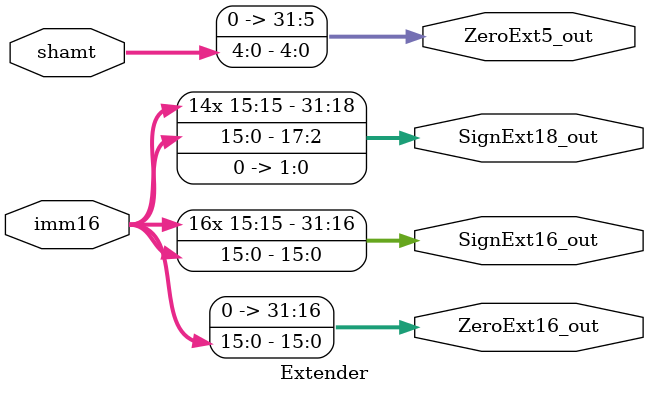
<source format=v>
module Extender(
	input [15:0]imm16, //SignExt16_in, ZeroExt16_in, SignExt18_in,
	input [4:0]shamt, //ZeroExt5_in,
	output [31:0]ZeroExt5_out,
	output [31:0]ZeroExt16_out,
	output [31:0]SignExt16_out,
	output [31:0]SignExt18_out
);
	assign ZeroExt5_out = {27'b0, shamt};
	assign ZeroExt16_out = {16'b0, imm16};
	assign SignExt16_out = {{16{imm16[15]}}, imm16};
	assign SignExt18_out = {{14{imm16[15]}}, imm16, 2'b0};
endmodule
</source>
